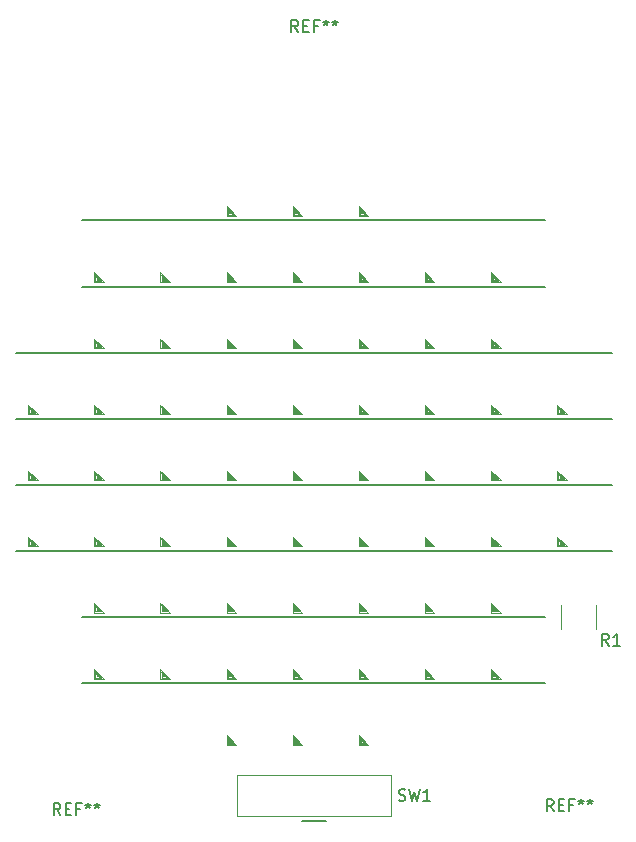
<source format=gbr>
G04 #@! TF.GenerationSoftware,KiCad,Pcbnew,5.1.5+dfsg1-2build2*
G04 #@! TF.CreationDate,2021-12-15T11:20:51+01:00*
G04 #@! TF.ProjectId,BitBadge,42697442-6164-4676-952e-6b696361645f,rev?*
G04 #@! TF.SameCoordinates,Original*
G04 #@! TF.FileFunction,Legend,Top*
G04 #@! TF.FilePolarity,Positive*
%FSLAX46Y46*%
G04 Gerber Fmt 4.6, Leading zero omitted, Abs format (unit mm)*
G04 Created by KiCad (PCBNEW 5.1.5+dfsg1-2build2) date 2021-12-15 11:20:51*
%MOMM*%
%LPD*%
G04 APERTURE LIST*
%ADD10C,0.150000*%
%ADD11C,0.200000*%
%ADD12C,0.120000*%
G04 APERTURE END LIST*
D10*
X99000000Y-131250000D02*
X101000000Y-131250000D01*
D11*
X80400000Y-119600000D02*
X119600000Y-119600000D01*
X80400000Y-80400000D02*
X119600000Y-80400000D01*
X80400000Y-114000000D02*
X119600000Y-114000000D01*
X74800000Y-108400000D02*
X125200000Y-108400000D01*
X74800000Y-102800000D02*
X125200000Y-102800000D01*
X74800000Y-97200000D02*
X125200000Y-97200000D01*
X74800000Y-91600000D02*
X125200000Y-91600000D01*
X125200000Y-91600000D02*
X74800000Y-91600000D01*
X74800000Y-91600000D02*
X125200000Y-91600000D01*
X80400000Y-86000000D02*
X119600000Y-86000000D01*
D12*
X93500000Y-127350000D02*
X93500000Y-130850000D01*
X106500000Y-127350000D02*
X106500000Y-130850000D01*
X93500000Y-127350000D02*
X106500000Y-127350000D01*
X106500000Y-130850000D02*
X93500000Y-130850000D01*
X123880000Y-113000000D02*
X123880000Y-115000000D01*
X120920000Y-115000000D02*
X120920000Y-113000000D01*
X104000000Y-124400000D02*
X104000000Y-124600000D01*
X104000000Y-124600000D02*
X104200000Y-124600000D01*
X104200000Y-124600000D02*
X104000000Y-124400000D01*
X103900000Y-124200000D02*
X103900000Y-124700000D01*
X103900000Y-124700000D02*
X104400000Y-124700000D01*
D10*
X104400000Y-124700000D02*
X103900000Y-124200000D01*
D12*
X104600000Y-124800000D02*
X103800000Y-124000000D01*
X103800000Y-124000000D02*
X103800000Y-124800000D01*
X103800000Y-124800000D02*
X104600000Y-124800000D01*
X98400000Y-124400000D02*
X98400000Y-124600000D01*
X98400000Y-124600000D02*
X98600000Y-124600000D01*
X98600000Y-124600000D02*
X98400000Y-124400000D01*
X98300000Y-124200000D02*
X98300000Y-124700000D01*
X98300000Y-124700000D02*
X98800000Y-124700000D01*
D10*
X98800000Y-124700000D02*
X98300000Y-124200000D01*
D12*
X99000000Y-124800000D02*
X98200000Y-124000000D01*
X98200000Y-124000000D02*
X98200000Y-124800000D01*
X98200000Y-124800000D02*
X99000000Y-124800000D01*
X92800000Y-124400000D02*
X92800000Y-124600000D01*
X92800000Y-124600000D02*
X93000000Y-124600000D01*
X93000000Y-124600000D02*
X92800000Y-124400000D01*
X92700000Y-124200000D02*
X92700000Y-124700000D01*
X92700000Y-124700000D02*
X93200000Y-124700000D01*
D10*
X93200000Y-124700000D02*
X92700000Y-124200000D01*
D12*
X93400000Y-124800000D02*
X92600000Y-124000000D01*
X92600000Y-124000000D02*
X92600000Y-124800000D01*
X92600000Y-124800000D02*
X93400000Y-124800000D01*
X115200000Y-118800000D02*
X115200000Y-119000000D01*
X115200000Y-119000000D02*
X115400000Y-119000000D01*
X115400000Y-119000000D02*
X115200000Y-118800000D01*
X115100000Y-118600000D02*
X115100000Y-119100000D01*
X115100000Y-119100000D02*
X115600000Y-119100000D01*
D10*
X115600000Y-119100000D02*
X115100000Y-118600000D01*
D12*
X115800000Y-119200000D02*
X115000000Y-118400000D01*
X115000000Y-118400000D02*
X115000000Y-119200000D01*
X115000000Y-119200000D02*
X115800000Y-119200000D01*
X109600000Y-118800000D02*
X109600000Y-119000000D01*
X109600000Y-119000000D02*
X109800000Y-119000000D01*
X109800000Y-119000000D02*
X109600000Y-118800000D01*
X109500000Y-118600000D02*
X109500000Y-119100000D01*
X109500000Y-119100000D02*
X110000000Y-119100000D01*
D10*
X110000000Y-119100000D02*
X109500000Y-118600000D01*
D12*
X110200000Y-119200000D02*
X109400000Y-118400000D01*
X109400000Y-118400000D02*
X109400000Y-119200000D01*
X109400000Y-119200000D02*
X110200000Y-119200000D01*
X104000000Y-118800000D02*
X104000000Y-119000000D01*
X104000000Y-119000000D02*
X104200000Y-119000000D01*
X104200000Y-119000000D02*
X104000000Y-118800000D01*
X103900000Y-118600000D02*
X103900000Y-119100000D01*
X103900000Y-119100000D02*
X104400000Y-119100000D01*
D10*
X104400000Y-119100000D02*
X103900000Y-118600000D01*
D12*
X104600000Y-119200000D02*
X103800000Y-118400000D01*
X103800000Y-118400000D02*
X103800000Y-119200000D01*
X103800000Y-119200000D02*
X104600000Y-119200000D01*
X98400000Y-118800000D02*
X98400000Y-119000000D01*
X98400000Y-119000000D02*
X98600000Y-119000000D01*
X98600000Y-119000000D02*
X98400000Y-118800000D01*
X98300000Y-118600000D02*
X98300000Y-119100000D01*
X98300000Y-119100000D02*
X98800000Y-119100000D01*
D10*
X98800000Y-119100000D02*
X98300000Y-118600000D01*
D12*
X99000000Y-119200000D02*
X98200000Y-118400000D01*
X98200000Y-118400000D02*
X98200000Y-119200000D01*
X98200000Y-119200000D02*
X99000000Y-119200000D01*
X92800000Y-118800000D02*
X92800000Y-119000000D01*
X92800000Y-119000000D02*
X93000000Y-119000000D01*
X93000000Y-119000000D02*
X92800000Y-118800000D01*
X92700000Y-118600000D02*
X92700000Y-119100000D01*
X92700000Y-119100000D02*
X93200000Y-119100000D01*
D10*
X93200000Y-119100000D02*
X92700000Y-118600000D01*
D12*
X93400000Y-119200000D02*
X92600000Y-118400000D01*
X92600000Y-118400000D02*
X92600000Y-119200000D01*
X92600000Y-119200000D02*
X93400000Y-119200000D01*
X87200000Y-118800000D02*
X87200000Y-119000000D01*
X87200000Y-119000000D02*
X87400000Y-119000000D01*
X87400000Y-119000000D02*
X87200000Y-118800000D01*
X87100000Y-118600000D02*
X87100000Y-119100000D01*
X87100000Y-119100000D02*
X87600000Y-119100000D01*
D10*
X87600000Y-119100000D02*
X87100000Y-118600000D01*
D12*
X87800000Y-119200000D02*
X87000000Y-118400000D01*
X87000000Y-118400000D02*
X87000000Y-119200000D01*
X87000000Y-119200000D02*
X87800000Y-119200000D01*
X81600000Y-118800000D02*
X81600000Y-119000000D01*
X81600000Y-119000000D02*
X81800000Y-119000000D01*
X81800000Y-119000000D02*
X81600000Y-118800000D01*
X81500000Y-118600000D02*
X81500000Y-119100000D01*
X81500000Y-119100000D02*
X82000000Y-119100000D01*
D10*
X82000000Y-119100000D02*
X81500000Y-118600000D01*
D12*
X82200000Y-119200000D02*
X81400000Y-118400000D01*
X81400000Y-118400000D02*
X81400000Y-119200000D01*
X81400000Y-119200000D02*
X82200000Y-119200000D01*
X115200000Y-113200000D02*
X115200000Y-113400000D01*
X115200000Y-113400000D02*
X115400000Y-113400000D01*
X115400000Y-113400000D02*
X115200000Y-113200000D01*
X115100000Y-113000000D02*
X115100000Y-113500000D01*
X115100000Y-113500000D02*
X115600000Y-113500000D01*
D10*
X115600000Y-113500000D02*
X115100000Y-113000000D01*
D12*
X115800000Y-113600000D02*
X115000000Y-112800000D01*
X115000000Y-112800000D02*
X115000000Y-113600000D01*
X115000000Y-113600000D02*
X115800000Y-113600000D01*
X109600000Y-113200000D02*
X109600000Y-113400000D01*
X109600000Y-113400000D02*
X109800000Y-113400000D01*
X109800000Y-113400000D02*
X109600000Y-113200000D01*
X109500000Y-113000000D02*
X109500000Y-113500000D01*
X109500000Y-113500000D02*
X110000000Y-113500000D01*
D10*
X110000000Y-113500000D02*
X109500000Y-113000000D01*
D12*
X110200000Y-113600000D02*
X109400000Y-112800000D01*
X109400000Y-112800000D02*
X109400000Y-113600000D01*
X109400000Y-113600000D02*
X110200000Y-113600000D01*
X104000000Y-113200000D02*
X104000000Y-113400000D01*
X104000000Y-113400000D02*
X104200000Y-113400000D01*
X104200000Y-113400000D02*
X104000000Y-113200000D01*
X103900000Y-113000000D02*
X103900000Y-113500000D01*
X103900000Y-113500000D02*
X104400000Y-113500000D01*
D10*
X104400000Y-113500000D02*
X103900000Y-113000000D01*
D12*
X104600000Y-113600000D02*
X103800000Y-112800000D01*
X103800000Y-112800000D02*
X103800000Y-113600000D01*
X103800000Y-113600000D02*
X104600000Y-113600000D01*
X98400000Y-113200000D02*
X98400000Y-113400000D01*
X98400000Y-113400000D02*
X98600000Y-113400000D01*
X98600000Y-113400000D02*
X98400000Y-113200000D01*
X98300000Y-113000000D02*
X98300000Y-113500000D01*
X98300000Y-113500000D02*
X98800000Y-113500000D01*
D10*
X98800000Y-113500000D02*
X98300000Y-113000000D01*
D12*
X99000000Y-113600000D02*
X98200000Y-112800000D01*
X98200000Y-112800000D02*
X98200000Y-113600000D01*
X98200000Y-113600000D02*
X99000000Y-113600000D01*
X92800000Y-113200000D02*
X92800000Y-113400000D01*
X92800000Y-113400000D02*
X93000000Y-113400000D01*
X93000000Y-113400000D02*
X92800000Y-113200000D01*
X92700000Y-113000000D02*
X92700000Y-113500000D01*
X92700000Y-113500000D02*
X93200000Y-113500000D01*
D10*
X93200000Y-113500000D02*
X92700000Y-113000000D01*
D12*
X93400000Y-113600000D02*
X92600000Y-112800000D01*
X92600000Y-112800000D02*
X92600000Y-113600000D01*
X92600000Y-113600000D02*
X93400000Y-113600000D01*
X87200000Y-113200000D02*
X87200000Y-113400000D01*
X87200000Y-113400000D02*
X87400000Y-113400000D01*
X87400000Y-113400000D02*
X87200000Y-113200000D01*
X87100000Y-113000000D02*
X87100000Y-113500000D01*
X87100000Y-113500000D02*
X87600000Y-113500000D01*
D10*
X87600000Y-113500000D02*
X87100000Y-113000000D01*
D12*
X87800000Y-113600000D02*
X87000000Y-112800000D01*
X87000000Y-112800000D02*
X87000000Y-113600000D01*
X87000000Y-113600000D02*
X87800000Y-113600000D01*
X81600000Y-113200000D02*
X81600000Y-113400000D01*
X81600000Y-113400000D02*
X81800000Y-113400000D01*
X81800000Y-113400000D02*
X81600000Y-113200000D01*
X81500000Y-113000000D02*
X81500000Y-113500000D01*
X81500000Y-113500000D02*
X82000000Y-113500000D01*
D10*
X82000000Y-113500000D02*
X81500000Y-113000000D01*
D12*
X82200000Y-113600000D02*
X81400000Y-112800000D01*
X81400000Y-112800000D02*
X81400000Y-113600000D01*
X81400000Y-113600000D02*
X82200000Y-113600000D01*
X120800000Y-107600000D02*
X120800000Y-107800000D01*
X120800000Y-107800000D02*
X121000000Y-107800000D01*
X121000000Y-107800000D02*
X120800000Y-107600000D01*
X120700000Y-107400000D02*
X120700000Y-107900000D01*
X120700000Y-107900000D02*
X121200000Y-107900000D01*
D10*
X121200000Y-107900000D02*
X120700000Y-107400000D01*
D12*
X121400000Y-108000000D02*
X120600000Y-107200000D01*
X120600000Y-107200000D02*
X120600000Y-108000000D01*
X120600000Y-108000000D02*
X121400000Y-108000000D01*
X115200000Y-107600000D02*
X115200000Y-107800000D01*
X115200000Y-107800000D02*
X115400000Y-107800000D01*
X115400000Y-107800000D02*
X115200000Y-107600000D01*
X115100000Y-107400000D02*
X115100000Y-107900000D01*
X115100000Y-107900000D02*
X115600000Y-107900000D01*
D10*
X115600000Y-107900000D02*
X115100000Y-107400000D01*
D12*
X115800000Y-108000000D02*
X115000000Y-107200000D01*
X115000000Y-107200000D02*
X115000000Y-108000000D01*
X115000000Y-108000000D02*
X115800000Y-108000000D01*
X109600000Y-107600000D02*
X109600000Y-107800000D01*
X109600000Y-107800000D02*
X109800000Y-107800000D01*
X109800000Y-107800000D02*
X109600000Y-107600000D01*
X109500000Y-107400000D02*
X109500000Y-107900000D01*
X109500000Y-107900000D02*
X110000000Y-107900000D01*
D10*
X110000000Y-107900000D02*
X109500000Y-107400000D01*
D12*
X110200000Y-108000000D02*
X109400000Y-107200000D01*
X109400000Y-107200000D02*
X109400000Y-108000000D01*
X109400000Y-108000000D02*
X110200000Y-108000000D01*
X104000000Y-107600000D02*
X104000000Y-107800000D01*
X104000000Y-107800000D02*
X104200000Y-107800000D01*
X104200000Y-107800000D02*
X104000000Y-107600000D01*
X103900000Y-107400000D02*
X103900000Y-107900000D01*
X103900000Y-107900000D02*
X104400000Y-107900000D01*
D10*
X104400000Y-107900000D02*
X103900000Y-107400000D01*
D12*
X104600000Y-108000000D02*
X103800000Y-107200000D01*
X103800000Y-107200000D02*
X103800000Y-108000000D01*
X103800000Y-108000000D02*
X104600000Y-108000000D01*
X98400000Y-107600000D02*
X98400000Y-107800000D01*
X98400000Y-107800000D02*
X98600000Y-107800000D01*
X98600000Y-107800000D02*
X98400000Y-107600000D01*
X98300000Y-107400000D02*
X98300000Y-107900000D01*
X98300000Y-107900000D02*
X98800000Y-107900000D01*
D10*
X98800000Y-107900000D02*
X98300000Y-107400000D01*
D12*
X99000000Y-108000000D02*
X98200000Y-107200000D01*
X98200000Y-107200000D02*
X98200000Y-108000000D01*
X98200000Y-108000000D02*
X99000000Y-108000000D01*
X92800000Y-107600000D02*
X92800000Y-107800000D01*
X92800000Y-107800000D02*
X93000000Y-107800000D01*
X93000000Y-107800000D02*
X92800000Y-107600000D01*
X92700000Y-107400000D02*
X92700000Y-107900000D01*
X92700000Y-107900000D02*
X93200000Y-107900000D01*
D10*
X93200000Y-107900000D02*
X92700000Y-107400000D01*
D12*
X93400000Y-108000000D02*
X92600000Y-107200000D01*
X92600000Y-107200000D02*
X92600000Y-108000000D01*
X92600000Y-108000000D02*
X93400000Y-108000000D01*
X87200000Y-107600000D02*
X87200000Y-107800000D01*
X87200000Y-107800000D02*
X87400000Y-107800000D01*
X87400000Y-107800000D02*
X87200000Y-107600000D01*
X87100000Y-107400000D02*
X87100000Y-107900000D01*
X87100000Y-107900000D02*
X87600000Y-107900000D01*
D10*
X87600000Y-107900000D02*
X87100000Y-107400000D01*
D12*
X87800000Y-108000000D02*
X87000000Y-107200000D01*
X87000000Y-107200000D02*
X87000000Y-108000000D01*
X87000000Y-108000000D02*
X87800000Y-108000000D01*
X81600000Y-107600000D02*
X81600000Y-107800000D01*
X81600000Y-107800000D02*
X81800000Y-107800000D01*
X81800000Y-107800000D02*
X81600000Y-107600000D01*
X81500000Y-107400000D02*
X81500000Y-107900000D01*
X81500000Y-107900000D02*
X82000000Y-107900000D01*
D10*
X82000000Y-107900000D02*
X81500000Y-107400000D01*
D12*
X82200000Y-108000000D02*
X81400000Y-107200000D01*
X81400000Y-107200000D02*
X81400000Y-108000000D01*
X81400000Y-108000000D02*
X82200000Y-108000000D01*
X76000000Y-107600000D02*
X76000000Y-107800000D01*
X76000000Y-107800000D02*
X76200000Y-107800000D01*
X76200000Y-107800000D02*
X76000000Y-107600000D01*
X75900000Y-107400000D02*
X75900000Y-107900000D01*
X75900000Y-107900000D02*
X76400000Y-107900000D01*
D10*
X76400000Y-107900000D02*
X75900000Y-107400000D01*
D12*
X76600000Y-108000000D02*
X75800000Y-107200000D01*
X75800000Y-107200000D02*
X75800000Y-108000000D01*
X75800000Y-108000000D02*
X76600000Y-108000000D01*
X120800000Y-102000000D02*
X120800000Y-102200000D01*
X120800000Y-102200000D02*
X121000000Y-102200000D01*
X121000000Y-102200000D02*
X120800000Y-102000000D01*
X120700000Y-101800000D02*
X120700000Y-102300000D01*
X120700000Y-102300000D02*
X121200000Y-102300000D01*
D10*
X121200000Y-102300000D02*
X120700000Y-101800000D01*
D12*
X121400000Y-102400000D02*
X120600000Y-101600000D01*
X120600000Y-101600000D02*
X120600000Y-102400000D01*
X120600000Y-102400000D02*
X121400000Y-102400000D01*
X115200000Y-102000000D02*
X115200000Y-102200000D01*
X115200000Y-102200000D02*
X115400000Y-102200000D01*
X115400000Y-102200000D02*
X115200000Y-102000000D01*
X115100000Y-101800000D02*
X115100000Y-102300000D01*
X115100000Y-102300000D02*
X115600000Y-102300000D01*
D10*
X115600000Y-102300000D02*
X115100000Y-101800000D01*
D12*
X115800000Y-102400000D02*
X115000000Y-101600000D01*
X115000000Y-101600000D02*
X115000000Y-102400000D01*
X115000000Y-102400000D02*
X115800000Y-102400000D01*
X109600000Y-102000000D02*
X109600000Y-102200000D01*
X109600000Y-102200000D02*
X109800000Y-102200000D01*
X109800000Y-102200000D02*
X109600000Y-102000000D01*
X109500000Y-101800000D02*
X109500000Y-102300000D01*
X109500000Y-102300000D02*
X110000000Y-102300000D01*
D10*
X110000000Y-102300000D02*
X109500000Y-101800000D01*
D12*
X110200000Y-102400000D02*
X109400000Y-101600000D01*
X109400000Y-101600000D02*
X109400000Y-102400000D01*
X109400000Y-102400000D02*
X110200000Y-102400000D01*
X104000000Y-102000000D02*
X104000000Y-102200000D01*
X104000000Y-102200000D02*
X104200000Y-102200000D01*
X104200000Y-102200000D02*
X104000000Y-102000000D01*
X103900000Y-101800000D02*
X103900000Y-102300000D01*
X103900000Y-102300000D02*
X104400000Y-102300000D01*
D10*
X104400000Y-102300000D02*
X103900000Y-101800000D01*
D12*
X104600000Y-102400000D02*
X103800000Y-101600000D01*
X103800000Y-101600000D02*
X103800000Y-102400000D01*
X103800000Y-102400000D02*
X104600000Y-102400000D01*
X98400000Y-102000000D02*
X98400000Y-102200000D01*
X98400000Y-102200000D02*
X98600000Y-102200000D01*
X98600000Y-102200000D02*
X98400000Y-102000000D01*
X98300000Y-101800000D02*
X98300000Y-102300000D01*
X98300000Y-102300000D02*
X98800000Y-102300000D01*
D10*
X98800000Y-102300000D02*
X98300000Y-101800000D01*
D12*
X99000000Y-102400000D02*
X98200000Y-101600000D01*
X98200000Y-101600000D02*
X98200000Y-102400000D01*
X98200000Y-102400000D02*
X99000000Y-102400000D01*
X92800000Y-102000000D02*
X92800000Y-102200000D01*
X92800000Y-102200000D02*
X93000000Y-102200000D01*
X93000000Y-102200000D02*
X92800000Y-102000000D01*
X92700000Y-101800000D02*
X92700000Y-102300000D01*
X92700000Y-102300000D02*
X93200000Y-102300000D01*
D10*
X93200000Y-102300000D02*
X92700000Y-101800000D01*
D12*
X93400000Y-102400000D02*
X92600000Y-101600000D01*
X92600000Y-101600000D02*
X92600000Y-102400000D01*
X92600000Y-102400000D02*
X93400000Y-102400000D01*
X87200000Y-102000000D02*
X87200000Y-102200000D01*
X87200000Y-102200000D02*
X87400000Y-102200000D01*
X87400000Y-102200000D02*
X87200000Y-102000000D01*
X87100000Y-101800000D02*
X87100000Y-102300000D01*
X87100000Y-102300000D02*
X87600000Y-102300000D01*
D10*
X87600000Y-102300000D02*
X87100000Y-101800000D01*
D12*
X87800000Y-102400000D02*
X87000000Y-101600000D01*
X87000000Y-101600000D02*
X87000000Y-102400000D01*
X87000000Y-102400000D02*
X87800000Y-102400000D01*
X81600000Y-102000000D02*
X81600000Y-102200000D01*
X81600000Y-102200000D02*
X81800000Y-102200000D01*
X81800000Y-102200000D02*
X81600000Y-102000000D01*
X81500000Y-101800000D02*
X81500000Y-102300000D01*
X81500000Y-102300000D02*
X82000000Y-102300000D01*
D10*
X82000000Y-102300000D02*
X81500000Y-101800000D01*
D12*
X82200000Y-102400000D02*
X81400000Y-101600000D01*
X81400000Y-101600000D02*
X81400000Y-102400000D01*
X81400000Y-102400000D02*
X82200000Y-102400000D01*
X76000000Y-102000000D02*
X76000000Y-102200000D01*
X76000000Y-102200000D02*
X76200000Y-102200000D01*
X76200000Y-102200000D02*
X76000000Y-102000000D01*
X75900000Y-101800000D02*
X75900000Y-102300000D01*
X75900000Y-102300000D02*
X76400000Y-102300000D01*
D10*
X76400000Y-102300000D02*
X75900000Y-101800000D01*
D12*
X76600000Y-102400000D02*
X75800000Y-101600000D01*
X75800000Y-101600000D02*
X75800000Y-102400000D01*
X75800000Y-102400000D02*
X76600000Y-102400000D01*
X120800000Y-96400000D02*
X120800000Y-96600000D01*
X120800000Y-96600000D02*
X121000000Y-96600000D01*
X121000000Y-96600000D02*
X120800000Y-96400000D01*
X120700000Y-96200000D02*
X120700000Y-96700000D01*
X120700000Y-96700000D02*
X121200000Y-96700000D01*
D10*
X121200000Y-96700000D02*
X120700000Y-96200000D01*
D12*
X121400000Y-96800000D02*
X120600000Y-96000000D01*
X120600000Y-96000000D02*
X120600000Y-96800000D01*
X120600000Y-96800000D02*
X121400000Y-96800000D01*
X115200000Y-96400000D02*
X115200000Y-96600000D01*
X115200000Y-96600000D02*
X115400000Y-96600000D01*
X115400000Y-96600000D02*
X115200000Y-96400000D01*
X115100000Y-96200000D02*
X115100000Y-96700000D01*
X115100000Y-96700000D02*
X115600000Y-96700000D01*
D10*
X115600000Y-96700000D02*
X115100000Y-96200000D01*
D12*
X115800000Y-96800000D02*
X115000000Y-96000000D01*
X115000000Y-96000000D02*
X115000000Y-96800000D01*
X115000000Y-96800000D02*
X115800000Y-96800000D01*
X109600000Y-96400000D02*
X109600000Y-96600000D01*
X109600000Y-96600000D02*
X109800000Y-96600000D01*
X109800000Y-96600000D02*
X109600000Y-96400000D01*
X109500000Y-96200000D02*
X109500000Y-96700000D01*
X109500000Y-96700000D02*
X110000000Y-96700000D01*
D10*
X110000000Y-96700000D02*
X109500000Y-96200000D01*
D12*
X110200000Y-96800000D02*
X109400000Y-96000000D01*
X109400000Y-96000000D02*
X109400000Y-96800000D01*
X109400000Y-96800000D02*
X110200000Y-96800000D01*
X104000000Y-96400000D02*
X104000000Y-96600000D01*
X104000000Y-96600000D02*
X104200000Y-96600000D01*
X104200000Y-96600000D02*
X104000000Y-96400000D01*
X103900000Y-96200000D02*
X103900000Y-96700000D01*
X103900000Y-96700000D02*
X104400000Y-96700000D01*
D10*
X104400000Y-96700000D02*
X103900000Y-96200000D01*
D12*
X104600000Y-96800000D02*
X103800000Y-96000000D01*
X103800000Y-96000000D02*
X103800000Y-96800000D01*
X103800000Y-96800000D02*
X104600000Y-96800000D01*
X98400000Y-96400000D02*
X98400000Y-96600000D01*
X98400000Y-96600000D02*
X98600000Y-96600000D01*
X98600000Y-96600000D02*
X98400000Y-96400000D01*
X98300000Y-96200000D02*
X98300000Y-96700000D01*
X98300000Y-96700000D02*
X98800000Y-96700000D01*
D10*
X98800000Y-96700000D02*
X98300000Y-96200000D01*
D12*
X99000000Y-96800000D02*
X98200000Y-96000000D01*
X98200000Y-96000000D02*
X98200000Y-96800000D01*
X98200000Y-96800000D02*
X99000000Y-96800000D01*
X92800000Y-96400000D02*
X92800000Y-96600000D01*
X92800000Y-96600000D02*
X93000000Y-96600000D01*
X93000000Y-96600000D02*
X92800000Y-96400000D01*
X92700000Y-96200000D02*
X92700000Y-96700000D01*
X92700000Y-96700000D02*
X93200000Y-96700000D01*
D10*
X93200000Y-96700000D02*
X92700000Y-96200000D01*
D12*
X93400000Y-96800000D02*
X92600000Y-96000000D01*
X92600000Y-96000000D02*
X92600000Y-96800000D01*
X92600000Y-96800000D02*
X93400000Y-96800000D01*
X87200000Y-96400000D02*
X87200000Y-96600000D01*
X87200000Y-96600000D02*
X87400000Y-96600000D01*
X87400000Y-96600000D02*
X87200000Y-96400000D01*
X87100000Y-96200000D02*
X87100000Y-96700000D01*
X87100000Y-96700000D02*
X87600000Y-96700000D01*
D10*
X87600000Y-96700000D02*
X87100000Y-96200000D01*
D12*
X87800000Y-96800000D02*
X87000000Y-96000000D01*
X87000000Y-96000000D02*
X87000000Y-96800000D01*
X87000000Y-96800000D02*
X87800000Y-96800000D01*
X81600000Y-96400000D02*
X81600000Y-96600000D01*
X81600000Y-96600000D02*
X81800000Y-96600000D01*
X81800000Y-96600000D02*
X81600000Y-96400000D01*
X81500000Y-96200000D02*
X81500000Y-96700000D01*
X81500000Y-96700000D02*
X82000000Y-96700000D01*
D10*
X82000000Y-96700000D02*
X81500000Y-96200000D01*
D12*
X82200000Y-96800000D02*
X81400000Y-96000000D01*
X81400000Y-96000000D02*
X81400000Y-96800000D01*
X81400000Y-96800000D02*
X82200000Y-96800000D01*
X76000000Y-96400000D02*
X76000000Y-96600000D01*
X76000000Y-96600000D02*
X76200000Y-96600000D01*
X76200000Y-96600000D02*
X76000000Y-96400000D01*
X75900000Y-96200000D02*
X75900000Y-96700000D01*
X75900000Y-96700000D02*
X76400000Y-96700000D01*
D10*
X76400000Y-96700000D02*
X75900000Y-96200000D01*
D12*
X76600000Y-96800000D02*
X75800000Y-96000000D01*
X75800000Y-96000000D02*
X75800000Y-96800000D01*
X75800000Y-96800000D02*
X76600000Y-96800000D01*
X115200000Y-90800000D02*
X115200000Y-91000000D01*
X115200000Y-91000000D02*
X115400000Y-91000000D01*
X115400000Y-91000000D02*
X115200000Y-90800000D01*
X115100000Y-90600000D02*
X115100000Y-91100000D01*
X115100000Y-91100000D02*
X115600000Y-91100000D01*
D10*
X115600000Y-91100000D02*
X115100000Y-90600000D01*
D12*
X115800000Y-91200000D02*
X115000000Y-90400000D01*
X115000000Y-90400000D02*
X115000000Y-91200000D01*
X115000000Y-91200000D02*
X115800000Y-91200000D01*
X109600000Y-90800000D02*
X109600000Y-91000000D01*
X109600000Y-91000000D02*
X109800000Y-91000000D01*
X109800000Y-91000000D02*
X109600000Y-90800000D01*
X109500000Y-90600000D02*
X109500000Y-91100000D01*
X109500000Y-91100000D02*
X110000000Y-91100000D01*
D10*
X110000000Y-91100000D02*
X109500000Y-90600000D01*
D12*
X110200000Y-91200000D02*
X109400000Y-90400000D01*
X109400000Y-90400000D02*
X109400000Y-91200000D01*
X109400000Y-91200000D02*
X110200000Y-91200000D01*
X104000000Y-90800000D02*
X104000000Y-91000000D01*
X104000000Y-91000000D02*
X104200000Y-91000000D01*
X104200000Y-91000000D02*
X104000000Y-90800000D01*
X103900000Y-90600000D02*
X103900000Y-91100000D01*
X103900000Y-91100000D02*
X104400000Y-91100000D01*
D10*
X104400000Y-91100000D02*
X103900000Y-90600000D01*
D12*
X104600000Y-91200000D02*
X103800000Y-90400000D01*
X103800000Y-90400000D02*
X103800000Y-91200000D01*
X103800000Y-91200000D02*
X104600000Y-91200000D01*
X98400000Y-90800000D02*
X98400000Y-91000000D01*
X98400000Y-91000000D02*
X98600000Y-91000000D01*
X98600000Y-91000000D02*
X98400000Y-90800000D01*
X98300000Y-90600000D02*
X98300000Y-91100000D01*
X98300000Y-91100000D02*
X98800000Y-91100000D01*
D10*
X98800000Y-91100000D02*
X98300000Y-90600000D01*
D12*
X99000000Y-91200000D02*
X98200000Y-90400000D01*
X98200000Y-90400000D02*
X98200000Y-91200000D01*
X98200000Y-91200000D02*
X99000000Y-91200000D01*
X92800000Y-90800000D02*
X92800000Y-91000000D01*
X92800000Y-91000000D02*
X93000000Y-91000000D01*
X93000000Y-91000000D02*
X92800000Y-90800000D01*
X92700000Y-90600000D02*
X92700000Y-91100000D01*
X92700000Y-91100000D02*
X93200000Y-91100000D01*
D10*
X93200000Y-91100000D02*
X92700000Y-90600000D01*
D12*
X93400000Y-91200000D02*
X92600000Y-90400000D01*
X92600000Y-90400000D02*
X92600000Y-91200000D01*
X92600000Y-91200000D02*
X93400000Y-91200000D01*
X87200000Y-90800000D02*
X87200000Y-91000000D01*
X87200000Y-91000000D02*
X87400000Y-91000000D01*
X87400000Y-91000000D02*
X87200000Y-90800000D01*
X87100000Y-90600000D02*
X87100000Y-91100000D01*
X87100000Y-91100000D02*
X87600000Y-91100000D01*
D10*
X87600000Y-91100000D02*
X87100000Y-90600000D01*
D12*
X87800000Y-91200000D02*
X87000000Y-90400000D01*
X87000000Y-90400000D02*
X87000000Y-91200000D01*
X87000000Y-91200000D02*
X87800000Y-91200000D01*
X81600000Y-90800000D02*
X81600000Y-91000000D01*
X81600000Y-91000000D02*
X81800000Y-91000000D01*
X81800000Y-91000000D02*
X81600000Y-90800000D01*
X81500000Y-90600000D02*
X81500000Y-91100000D01*
X81500000Y-91100000D02*
X82000000Y-91100000D01*
D10*
X82000000Y-91100000D02*
X81500000Y-90600000D01*
D12*
X82200000Y-91200000D02*
X81400000Y-90400000D01*
X81400000Y-90400000D02*
X81400000Y-91200000D01*
X81400000Y-91200000D02*
X82200000Y-91200000D01*
X115200000Y-85200000D02*
X115200000Y-85400000D01*
X115200000Y-85400000D02*
X115400000Y-85400000D01*
X115400000Y-85400000D02*
X115200000Y-85200000D01*
X115100000Y-85000000D02*
X115100000Y-85500000D01*
X115100000Y-85500000D02*
X115600000Y-85500000D01*
D10*
X115600000Y-85500000D02*
X115100000Y-85000000D01*
D12*
X115800000Y-85600000D02*
X115000000Y-84800000D01*
X115000000Y-84800000D02*
X115000000Y-85600000D01*
X115000000Y-85600000D02*
X115800000Y-85600000D01*
X109600000Y-85200000D02*
X109600000Y-85400000D01*
X109600000Y-85400000D02*
X109800000Y-85400000D01*
X109800000Y-85400000D02*
X109600000Y-85200000D01*
X109500000Y-85000000D02*
X109500000Y-85500000D01*
X109500000Y-85500000D02*
X110000000Y-85500000D01*
D10*
X110000000Y-85500000D02*
X109500000Y-85000000D01*
D12*
X110200000Y-85600000D02*
X109400000Y-84800000D01*
X109400000Y-84800000D02*
X109400000Y-85600000D01*
X109400000Y-85600000D02*
X110200000Y-85600000D01*
X104000000Y-85200000D02*
X104000000Y-85400000D01*
X104000000Y-85400000D02*
X104200000Y-85400000D01*
X104200000Y-85400000D02*
X104000000Y-85200000D01*
X103900000Y-85000000D02*
X103900000Y-85500000D01*
X103900000Y-85500000D02*
X104400000Y-85500000D01*
D10*
X104400000Y-85500000D02*
X103900000Y-85000000D01*
D12*
X104600000Y-85600000D02*
X103800000Y-84800000D01*
X103800000Y-84800000D02*
X103800000Y-85600000D01*
X103800000Y-85600000D02*
X104600000Y-85600000D01*
X98400000Y-85200000D02*
X98400000Y-85400000D01*
X98400000Y-85400000D02*
X98600000Y-85400000D01*
X98600000Y-85400000D02*
X98400000Y-85200000D01*
X98300000Y-85000000D02*
X98300000Y-85500000D01*
X98300000Y-85500000D02*
X98800000Y-85500000D01*
D10*
X98800000Y-85500000D02*
X98300000Y-85000000D01*
D12*
X99000000Y-85600000D02*
X98200000Y-84800000D01*
X98200000Y-84800000D02*
X98200000Y-85600000D01*
X98200000Y-85600000D02*
X99000000Y-85600000D01*
X92800000Y-85200000D02*
X92800000Y-85400000D01*
X92800000Y-85400000D02*
X93000000Y-85400000D01*
X93000000Y-85400000D02*
X92800000Y-85200000D01*
X92700000Y-85000000D02*
X92700000Y-85500000D01*
X92700000Y-85500000D02*
X93200000Y-85500000D01*
D10*
X93200000Y-85500000D02*
X92700000Y-85000000D01*
D12*
X93400000Y-85600000D02*
X92600000Y-84800000D01*
X92600000Y-84800000D02*
X92600000Y-85600000D01*
X92600000Y-85600000D02*
X93400000Y-85600000D01*
X87200000Y-85200000D02*
X87200000Y-85400000D01*
X87200000Y-85400000D02*
X87400000Y-85400000D01*
X87400000Y-85400000D02*
X87200000Y-85200000D01*
X87100000Y-85000000D02*
X87100000Y-85500000D01*
X87100000Y-85500000D02*
X87600000Y-85500000D01*
D10*
X87600000Y-85500000D02*
X87100000Y-85000000D01*
D12*
X87800000Y-85600000D02*
X87000000Y-84800000D01*
X87000000Y-84800000D02*
X87000000Y-85600000D01*
X87000000Y-85600000D02*
X87800000Y-85600000D01*
X81600000Y-85200000D02*
X81600000Y-85400000D01*
X81600000Y-85400000D02*
X81800000Y-85400000D01*
X81800000Y-85400000D02*
X81600000Y-85200000D01*
X81500000Y-85000000D02*
X81500000Y-85500000D01*
X81500000Y-85500000D02*
X82000000Y-85500000D01*
D10*
X82000000Y-85500000D02*
X81500000Y-85000000D01*
D12*
X82200000Y-85600000D02*
X81400000Y-84800000D01*
X81400000Y-84800000D02*
X81400000Y-85600000D01*
X81400000Y-85600000D02*
X82200000Y-85600000D01*
X104000000Y-79600000D02*
X104000000Y-79800000D01*
X104000000Y-79800000D02*
X104200000Y-79800000D01*
X104200000Y-79800000D02*
X104000000Y-79600000D01*
X103900000Y-79400000D02*
X103900000Y-79900000D01*
X103900000Y-79900000D02*
X104400000Y-79900000D01*
D10*
X104400000Y-79900000D02*
X103900000Y-79400000D01*
D12*
X104600000Y-80000000D02*
X103800000Y-79200000D01*
X103800000Y-79200000D02*
X103800000Y-80000000D01*
X103800000Y-80000000D02*
X104600000Y-80000000D01*
X98400000Y-79600000D02*
X98400000Y-79800000D01*
X98400000Y-79800000D02*
X98600000Y-79800000D01*
X98600000Y-79800000D02*
X98400000Y-79600000D01*
X98300000Y-79400000D02*
X98300000Y-79900000D01*
X98300000Y-79900000D02*
X98800000Y-79900000D01*
D10*
X98800000Y-79900000D02*
X98300000Y-79400000D01*
D12*
X99000000Y-80000000D02*
X98200000Y-79200000D01*
X98200000Y-79200000D02*
X98200000Y-80000000D01*
X98200000Y-80000000D02*
X99000000Y-80000000D01*
X92800000Y-79600000D02*
X92800000Y-79800000D01*
X92800000Y-79800000D02*
X93000000Y-79800000D01*
X93000000Y-79800000D02*
X92800000Y-79600000D01*
X92700000Y-79400000D02*
X92700000Y-79900000D01*
X92700000Y-79900000D02*
X93200000Y-79900000D01*
D10*
X93200000Y-79900000D02*
X92700000Y-79400000D01*
D12*
X93400000Y-80000000D02*
X92600000Y-79200000D01*
X92600000Y-79200000D02*
X92600000Y-80000000D01*
X92600000Y-80000000D02*
X93400000Y-80000000D01*
D10*
X98666666Y-64452380D02*
X98333333Y-63976190D01*
X98095238Y-64452380D02*
X98095238Y-63452380D01*
X98476190Y-63452380D01*
X98571428Y-63500000D01*
X98619047Y-63547619D01*
X98666666Y-63642857D01*
X98666666Y-63785714D01*
X98619047Y-63880952D01*
X98571428Y-63928571D01*
X98476190Y-63976190D01*
X98095238Y-63976190D01*
X99095238Y-63928571D02*
X99428571Y-63928571D01*
X99571428Y-64452380D02*
X99095238Y-64452380D01*
X99095238Y-63452380D01*
X99571428Y-63452380D01*
X100333333Y-63928571D02*
X100000000Y-63928571D01*
X100000000Y-64452380D02*
X100000000Y-63452380D01*
X100476190Y-63452380D01*
X101000000Y-63452380D02*
X101000000Y-63690476D01*
X100761904Y-63595238D02*
X101000000Y-63690476D01*
X101238095Y-63595238D01*
X100857142Y-63880952D02*
X101000000Y-63690476D01*
X101142857Y-63880952D01*
X101761904Y-63452380D02*
X101761904Y-63690476D01*
X101523809Y-63595238D02*
X101761904Y-63690476D01*
X102000000Y-63595238D01*
X101619047Y-63880952D02*
X101761904Y-63690476D01*
X101904761Y-63880952D01*
X107176666Y-129484761D02*
X107319523Y-129532380D01*
X107557619Y-129532380D01*
X107652857Y-129484761D01*
X107700476Y-129437142D01*
X107748095Y-129341904D01*
X107748095Y-129246666D01*
X107700476Y-129151428D01*
X107652857Y-129103809D01*
X107557619Y-129056190D01*
X107367142Y-129008571D01*
X107271904Y-128960952D01*
X107224285Y-128913333D01*
X107176666Y-128818095D01*
X107176666Y-128722857D01*
X107224285Y-128627619D01*
X107271904Y-128580000D01*
X107367142Y-128532380D01*
X107605238Y-128532380D01*
X107748095Y-128580000D01*
X108081428Y-128532380D02*
X108319523Y-129532380D01*
X108510000Y-128818095D01*
X108700476Y-129532380D01*
X108938571Y-128532380D01*
X109843333Y-129532380D02*
X109271904Y-129532380D01*
X109557619Y-129532380D02*
X109557619Y-128532380D01*
X109462380Y-128675238D01*
X109367142Y-128770476D01*
X109271904Y-128818095D01*
X124953333Y-116392380D02*
X124620000Y-115916190D01*
X124381904Y-116392380D02*
X124381904Y-115392380D01*
X124762857Y-115392380D01*
X124858095Y-115440000D01*
X124905714Y-115487619D01*
X124953333Y-115582857D01*
X124953333Y-115725714D01*
X124905714Y-115820952D01*
X124858095Y-115868571D01*
X124762857Y-115916190D01*
X124381904Y-115916190D01*
X125905714Y-116392380D02*
X125334285Y-116392380D01*
X125620000Y-116392380D02*
X125620000Y-115392380D01*
X125524761Y-115535238D01*
X125429523Y-115630476D01*
X125334285Y-115678095D01*
X120286666Y-130412380D02*
X119953333Y-129936190D01*
X119715238Y-130412380D02*
X119715238Y-129412380D01*
X120096190Y-129412380D01*
X120191428Y-129460000D01*
X120239047Y-129507619D01*
X120286666Y-129602857D01*
X120286666Y-129745714D01*
X120239047Y-129840952D01*
X120191428Y-129888571D01*
X120096190Y-129936190D01*
X119715238Y-129936190D01*
X120715238Y-129888571D02*
X121048571Y-129888571D01*
X121191428Y-130412380D02*
X120715238Y-130412380D01*
X120715238Y-129412380D01*
X121191428Y-129412380D01*
X121953333Y-129888571D02*
X121620000Y-129888571D01*
X121620000Y-130412380D02*
X121620000Y-129412380D01*
X122096190Y-129412380D01*
X122620000Y-129412380D02*
X122620000Y-129650476D01*
X122381904Y-129555238D02*
X122620000Y-129650476D01*
X122858095Y-129555238D01*
X122477142Y-129840952D02*
X122620000Y-129650476D01*
X122762857Y-129840952D01*
X123381904Y-129412380D02*
X123381904Y-129650476D01*
X123143809Y-129555238D02*
X123381904Y-129650476D01*
X123620000Y-129555238D01*
X123239047Y-129840952D02*
X123381904Y-129650476D01*
X123524761Y-129840952D01*
X78536666Y-130722380D02*
X78203333Y-130246190D01*
X77965238Y-130722380D02*
X77965238Y-129722380D01*
X78346190Y-129722380D01*
X78441428Y-129770000D01*
X78489047Y-129817619D01*
X78536666Y-129912857D01*
X78536666Y-130055714D01*
X78489047Y-130150952D01*
X78441428Y-130198571D01*
X78346190Y-130246190D01*
X77965238Y-130246190D01*
X78965238Y-130198571D02*
X79298571Y-130198571D01*
X79441428Y-130722380D02*
X78965238Y-130722380D01*
X78965238Y-129722380D01*
X79441428Y-129722380D01*
X80203333Y-130198571D02*
X79870000Y-130198571D01*
X79870000Y-130722380D02*
X79870000Y-129722380D01*
X80346190Y-129722380D01*
X80870000Y-129722380D02*
X80870000Y-129960476D01*
X80631904Y-129865238D02*
X80870000Y-129960476D01*
X81108095Y-129865238D01*
X80727142Y-130150952D02*
X80870000Y-129960476D01*
X81012857Y-130150952D01*
X81631904Y-129722380D02*
X81631904Y-129960476D01*
X81393809Y-129865238D02*
X81631904Y-129960476D01*
X81870000Y-129865238D01*
X81489047Y-130150952D02*
X81631904Y-129960476D01*
X81774761Y-130150952D01*
M02*

</source>
